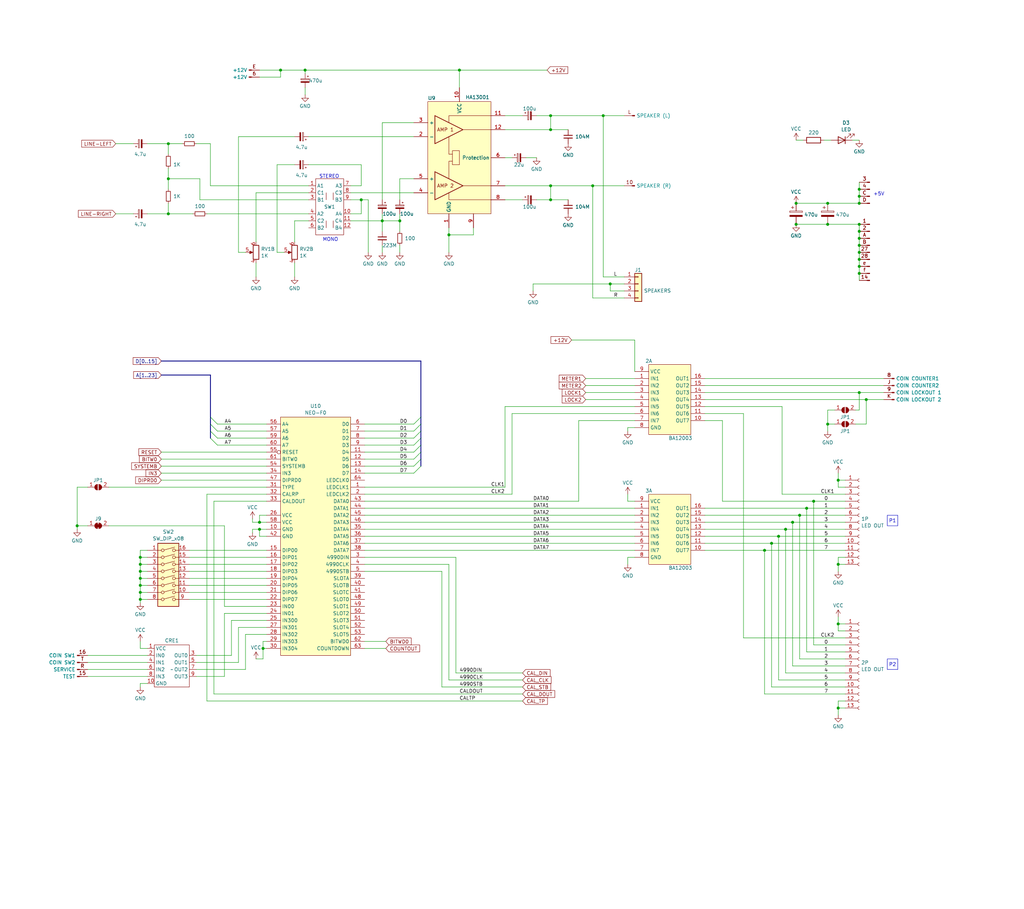
<source format=kicad_sch>
(kicad_sch (version 20230121) (generator eeschema)
  (paper "User" 370.815 329.362)
  (title_block (title "Power Amp. NEO-F0 - Dip Switch") (date "2023-08-15") (company "SNK") (comment 3 "Converted by Frater ") (comment 4 "NEO-GEO MVS MV1F"))
  (junction (at 311.15 83.82))
  (junction (at 214.63 67.31))
  (junction (at 311.15 71.12))
  (junction (at 311.15 99.06))
  (junction (at 93.98 189.23))
  (junction (at 313.69 144.78))
  (junction (at 110.49 25.4))
  (junction (at 166.37 25.4))
  (junction (at 199.39 41.91))
  (junction (at 311.15 93.98))
  (junction (at 50.8 201.93))
  (junction (at 303.53 173.99))
  (junction (at 311.15 68.58))
  (junction (at 60.96 64.77))
  (junction (at 311.15 81.28))
  (junction (at 50.8 209.55))
  (junction (at 311.15 86.36))
  (junction (at 311.15 91.44))
  (junction (at 303.53 226.06))
  (junction (at 284.48 191.77))
  (junction (at 144.78 80.01))
  (junction (at 303.53 204.47))
  (junction (at 199.39 46.99))
  (junction (at 299.72 153.67))
  (junction (at 27.94 190.5))
  (junction (at 279.4 196.85))
  (junction (at 218.44 41.91))
  (junction (at 101.6 25.4))
  (junction (at 299.72 81.28))
  (junction (at 311.15 96.52))
  (junction (at 130.81 72.39))
  (junction (at 288.29 81.28))
  (junction (at 95.25 234.95))
  (junction (at 199.39 72.39))
  (junction (at 292.1 184.15))
  (junction (at 303.53 256.54))
  (junction (at 60.96 52.07))
  (junction (at 50.8 217.17))
  (junction (at 289.56 186.69))
  (junction (at 281.94 194.31))
  (junction (at 294.64 181.61))
  (junction (at 138.43 80.01))
  (junction (at 60.96 77.47))
  (junction (at 50.8 214.63))
  (junction (at 288.29 73.66))
  (junction (at 50.8 204.47))
  (junction (at 220.98 102.87))
  (junction (at 93.98 191.77))
  (junction (at 50.8 212.09))
  (junction (at 311.15 142.24))
  (junction (at 199.39 67.31))
  (junction (at 162.56 85.09))
  (junction (at 299.72 73.66))
  (junction (at 311.15 73.66))
  (junction (at 311.15 88.9))
  (junction (at 276.86 199.39))
  (junction (at 287.02 189.23))
  (junction (at 50.8 207.01))
  (bus_entry (at 152.4 158.75) (size -2.54 2.54))
  (bus_entry (at 76.2 158.75) (size 2.54 2.54))
  (bus_entry (at 152.4 168.91) (size -2.54 2.54))
  (bus_entry (at 152.4 163.83) (size -2.54 2.54))
  (bus_entry (at 152.4 166.37) (size -2.54 2.54))
  (bus_entry (at 152.4 156.21) (size -2.54 2.54))
  (bus_entry (at 152.4 161.29) (size -2.54 2.54))
  (bus_entry (at 152.4 153.67) (size -2.54 2.54))
  (bus_entry (at 76.2 151.13) (size 2.54 2.54))
  (bus_entry (at 76.2 153.67) (size 2.54 2.54))
  (bus_entry (at 76.2 156.21) (size 2.54 2.54))
  (bus_entry (at 152.4 151.13) (size -2.54 2.54))
  (wire (pts (xy 160.02 207.01) (xy 132.08 207.01)))
  (wire (pts (xy 276.86 199.39) (xy 306.07 199.39)))
  (wire (pts (xy 303.53 201.93) (xy 303.53 204.47)))
  (wire (pts (xy 311.15 83.82) (xy 311.15 86.36)))
  (wire (pts (xy 227.33 154.94) (xy 227.33 156.21)))
  (wire (pts (xy 303.53 254) (xy 303.53 256.54)))
  (wire (pts (xy 308.61 50.8) (xy 311.15 50.8)))
  (wire (pts (xy 166.37 25.4) (xy 198.12 25.4)))
  (wire (pts (xy 132.08 156.21) (xy 149.86 156.21)))
  (wire (pts (xy 50.8 214.63) (xy 53.34 214.63)))
  (wire (pts (xy 255.27 186.69) (xy 289.56 186.69)))
  (wire (pts (xy 255.27 191.77) (xy 284.48 191.77)))
  (wire (pts (xy 313.69 144.78) (xy 320.04 144.78)))
  (wire (pts (xy 166.37 25.4) (xy 166.37 31.75)))
  (wire (pts (xy 255.27 139.7) (xy 320.04 139.7)))
  (wire (pts (xy 281.94 194.31) (xy 306.07 194.31)))
  (wire (pts (xy 292.1 236.22) (xy 292.1 184.15)))
  (wire (pts (xy 311.15 148.59) (xy 311.15 142.24)))
  (wire (pts (xy 294.64 233.68) (xy 294.64 181.61)))
  (wire (pts (xy 220.98 102.87) (xy 193.04 102.87)))
  (wire (pts (xy 303.53 226.06) (xy 303.53 223.52)))
  (wire (pts (xy 218.44 100.33) (xy 218.44 41.91)))
  (wire (pts (xy 130.81 59.69) (xy 130.81 67.31)))
  (bus (pts (xy 152.4 161.29) (xy 152.4 163.83)))
  (wire (pts (xy 311.15 99.06) (xy 311.15 101.6)))
  (wire (pts (xy 78.74 161.29) (xy 96.52 161.29)))
  (wire (pts (xy 303.53 256.54) (xy 303.53 259.08)))
  (wire (pts (xy 255.27 147.32) (xy 283.21 147.32)))
  (wire (pts (xy 255.27 199.39) (xy 276.86 199.39)))
  (wire (pts (xy 74.93 179.07) (xy 96.52 179.07)))
  (bus (pts (xy 152.4 158.75) (xy 152.4 161.29)))
  (wire (pts (xy 81.28 245.11) (xy 81.28 222.25)))
  (wire (pts (xy 92.71 87.63) (xy 92.71 69.85)))
  (wire (pts (xy 182.88 67.31) (xy 199.39 67.31)))
  (wire (pts (xy 261.62 181.61) (xy 294.64 181.61)))
  (wire (pts (xy 189.23 243.84) (xy 165.1 243.84)))
  (wire (pts (xy 127 69.85) (xy 149.86 69.85)))
  (wire (pts (xy 132.08 153.67) (xy 149.86 153.67)))
  (wire (pts (xy 77.47 251.46) (xy 77.47 181.61)))
  (bus (pts (xy 152.4 151.13) (xy 152.4 153.67)))
  (wire (pts (xy 311.15 73.66) (xy 299.72 73.66)))
  (wire (pts (xy 41.91 77.47) (xy 48.26 77.47)))
  (wire (pts (xy 50.8 209.55) (xy 53.34 209.55)))
  (wire (pts (xy 189.23 248.92) (xy 160.02 248.92)))
  (wire (pts (xy 92.71 69.85) (xy 111.76 69.85)))
  (wire (pts (xy 283.21 147.32) (xy 283.21 179.07)))
  (bus (pts (xy 152.4 163.83) (xy 152.4 166.37)))
  (wire (pts (xy 303.53 204.47) (xy 303.53 207.01)))
  (wire (pts (xy 50.8 209.55) (xy 50.8 207.01)))
  (wire (pts (xy 182.88 176.53) (xy 132.08 176.53)))
  (wire (pts (xy 96.52 176.53) (xy 39.37 176.53)))
  (wire (pts (xy 182.88 72.39) (xy 189.23 72.39)))
  (wire (pts (xy 58.42 171.45) (xy 96.52 171.45)))
  (wire (pts (xy 50.8 204.47) (xy 53.34 204.47)))
  (wire (pts (xy 226.06 102.87) (xy 220.98 102.87)))
  (wire (pts (xy 60.96 77.47) (xy 69.85 77.47)))
  (wire (pts (xy 50.8 214.63) (xy 50.8 212.09)))
  (wire (pts (xy 74.93 77.47) (xy 111.76 77.47)))
  (wire (pts (xy 71.12 245.11) (xy 81.28 245.11)))
  (wire (pts (xy 58.42 168.91) (xy 96.52 168.91)))
  (wire (pts (xy 205.74 46.99) (xy 199.39 46.99)))
  (wire (pts (xy 226.06 67.31) (xy 214.63 67.31)))
  (wire (pts (xy 71.12 237.49) (xy 83.82 237.49)))
  (wire (pts (xy 144.78 72.39) (xy 144.78 64.77)))
  (wire (pts (xy 31.75 242.57) (xy 53.34 242.57)))
  (wire (pts (xy 53.34 234.95) (xy 50.8 234.95)))
  (wire (pts (xy 214.63 67.31) (xy 199.39 67.31)))
  (bus (pts (xy 152.4 156.21) (xy 152.4 158.75)))
  (wire (pts (xy 138.43 72.39) (xy 138.43 44.45)))
  (bus (pts (xy 152.4 130.81) (xy 152.4 151.13)))
  (wire (pts (xy 303.53 204.47) (xy 306.07 204.47)))
  (wire (pts (xy 132.08 199.39) (xy 229.87 199.39)))
  (wire (pts (xy 185.42 149.86) (xy 229.87 149.86)))
  (wire (pts (xy 68.58 209.55) (xy 96.52 209.55)))
  (wire (pts (xy 162.56 85.09) (xy 162.56 91.44)))
  (wire (pts (xy 50.8 218.44) (xy 50.8 217.17)))
  (wire (pts (xy 209.55 152.4) (xy 229.87 152.4)))
  (wire (pts (xy 111.76 49.53) (xy 149.86 49.53)))
  (wire (pts (xy 311.15 71.12) (xy 311.15 73.66)))
  (wire (pts (xy 193.04 102.87) (xy 193.04 105.41)))
  (wire (pts (xy 199.39 67.31) (xy 199.39 72.39)))
  (wire (pts (xy 205.74 72.39) (xy 199.39 72.39)))
  (wire (pts (xy 269.24 231.14) (xy 306.07 231.14)))
  (wire (pts (xy 309.88 148.59) (xy 311.15 148.59)))
  (wire (pts (xy 58.42 163.83) (xy 96.52 163.83)))
  (wire (pts (xy 93.98 25.4) (xy 101.6 25.4)))
  (bus (pts (xy 58.42 130.81) (xy 152.4 130.81)))
  (wire (pts (xy 283.21 179.07) (xy 306.07 179.07)))
  (wire (pts (xy 132.08 186.69) (xy 229.87 186.69)))
  (wire (pts (xy 299.72 153.67) (xy 299.72 156.21)))
  (wire (pts (xy 132.08 184.15) (xy 229.87 184.15)))
  (wire (pts (xy 229.87 123.19) (xy 229.87 134.62)))
  (wire (pts (xy 299.72 148.59) (xy 299.72 153.67)))
  (wire (pts (xy 311.15 81.28) (xy 311.15 83.82)))
  (wire (pts (xy 96.52 189.23) (xy 93.98 189.23)))
  (wire (pts (xy 132.08 189.23) (xy 229.87 189.23)))
  (wire (pts (xy 171.45 82.55) (xy 171.45 85.09)))
  (wire (pts (xy 199.39 41.91) (xy 218.44 41.91)))
  (wire (pts (xy 299.72 81.28) (xy 311.15 81.28)))
  (wire (pts (xy 214.63 107.95) (xy 214.63 67.31)))
  (wire (pts (xy 110.49 25.4) (xy 166.37 25.4)))
  (wire (pts (xy 93.98 189.23) (xy 91.44 189.23)))
  (wire (pts (xy 74.93 254) (xy 74.93 179.07)))
  (wire (pts (xy 127 80.01) (xy 138.43 80.01)))
  (wire (pts (xy 83.82 224.79) (xy 96.52 224.79)))
  (wire (pts (xy 218.44 41.91) (xy 226.06 41.91)))
  (wire (pts (xy 93.98 194.31) (xy 93.98 191.77)))
  (wire (pts (xy 78.74 153.67) (xy 96.52 153.67)))
  (wire (pts (xy 78.74 156.21) (xy 96.52 156.21)))
  (wire (pts (xy 72.39 72.39) (xy 72.39 64.77)))
  (wire (pts (xy 58.42 173.99) (xy 96.52 173.99)))
  (wire (pts (xy 96.52 191.77) (xy 93.98 191.77)))
  (wire (pts (xy 68.58 217.17) (xy 96.52 217.17)))
  (wire (pts (xy 106.68 87.63) (xy 106.68 80.01)))
  (wire (pts (xy 165.1 243.84) (xy 165.1 201.93)))
  (wire (pts (xy 306.07 233.68) (xy 294.64 233.68)))
  (wire (pts (xy 171.45 85.09) (xy 162.56 85.09)))
  (wire (pts (xy 207.01 123.19) (xy 229.87 123.19)))
  (wire (pts (xy 182.88 41.91) (xy 189.23 41.91)))
  (wire (pts (xy 58.42 166.37) (xy 96.52 166.37)))
  (wire (pts (xy 292.1 184.15) (xy 306.07 184.15)))
  (wire (pts (xy 311.15 68.58) (xy 311.15 71.12)))
  (wire (pts (xy 71.12 52.07) (xy 76.2 52.07)))
  (wire (pts (xy 106.68 80.01) (xy 111.76 80.01)))
  (wire (pts (xy 132.08 158.75) (xy 149.86 158.75)))
  (wire (pts (xy 93.98 186.69) (xy 93.98 189.23)))
  (wire (pts (xy 189.23 254) (xy 74.93 254)))
  (wire (pts (xy 60.96 64.77) (xy 60.96 68.58)))
  (wire (pts (xy 298.45 50.8) (xy 300.99 50.8)))
  (wire (pts (xy 284.48 243.84) (xy 284.48 191.77)))
  (wire (pts (xy 50.8 217.17) (xy 50.8 214.63)))
  (wire (pts (xy 50.8 234.95) (xy 50.8 232.41)))
  (wire (pts (xy 132.08 166.37) (xy 149.86 166.37)))
  (wire (pts (xy 68.58 199.39) (xy 96.52 199.39)))
  (wire (pts (xy 96.52 232.41) (xy 95.25 232.41)))
  (wire (pts (xy 311.15 88.9) (xy 311.15 91.44)))
  (wire (pts (xy 199.39 41.91) (xy 194.31 41.91)))
  (wire (pts (xy 199.39 72.39) (xy 194.31 72.39)))
  (wire (pts (xy 138.43 44.45) (xy 149.86 44.45)))
  (wire (pts (xy 78.74 158.75) (xy 96.52 158.75)))
  (wire (pts (xy 287.02 241.3) (xy 287.02 189.23)))
  (wire (pts (xy 39.37 190.5) (xy 81.28 190.5)))
  (wire (pts (xy 255.27 194.31) (xy 281.94 194.31)))
  (wire (pts (xy 189.23 251.46) (xy 77.47 251.46)))
  (wire (pts (xy 144.78 77.47) (xy 144.78 80.01)))
  (wire (pts (xy 27.94 190.5) (xy 31.75 190.5)))
  (wire (pts (xy 144.78 88.9) (xy 144.78 91.44)))
  (wire (pts (xy 189.23 246.38) (xy 162.56 246.38)))
  (wire (pts (xy 303.53 228.6) (xy 303.53 226.06)))
  (wire (pts (xy 50.8 207.01) (xy 50.8 204.47)))
  (wire (pts (xy 60.96 52.07) (xy 66.04 52.07)))
  (wire (pts (xy 68.58 214.63) (xy 96.52 214.63)))
  (wire (pts (xy 132.08 232.41) (xy 139.7 232.41)))
  (wire (pts (xy 68.58 207.01) (xy 96.52 207.01)))
  (wire (pts (xy 102.87 91.44) (xy 100.33 91.44)))
  (wire (pts (xy 227.33 179.07) (xy 227.33 181.61)))
  (wire (pts (xy 212.09 137.16) (xy 229.87 137.16)))
  (wire (pts (xy 160.02 248.92) (xy 160.02 207.01)))
  (wire (pts (xy 68.58 201.93) (xy 96.52 201.93)))
  (wire (pts (xy 311.15 91.44) (xy 311.15 93.98)))
  (wire (pts (xy 31.75 245.11) (xy 53.34 245.11)))
  (wire (pts (xy 76.2 52.07) (xy 76.2 67.31)))
  (wire (pts (xy 100.33 91.44) (xy 100.33 59.69)))
  (wire (pts (xy 41.91 52.07) (xy 48.26 52.07)))
  (wire (pts (xy 306.07 248.92) (xy 279.4 248.92)))
  (wire (pts (xy 110.49 25.4) (xy 110.49 26.67)))
  (wire (pts (xy 255.27 189.23) (xy 287.02 189.23)))
  (wire (pts (xy 127 72.39) (xy 130.81 72.39)))
  (wire (pts (xy 190.5 57.15) (xy 194.31 57.15)))
  (wire (pts (xy 53.34 247.65) (xy 50.8 247.65)))
  (wire (pts (xy 110.49 31.75) (xy 110.49 34.29)))
  (wire (pts (xy 88.9 242.57) (xy 88.9 229.87)))
  (wire (pts (xy 76.2 67.31) (xy 111.76 67.31)))
  (wire (pts (xy 86.36 91.44) (xy 86.36 49.53)))
  (wire (pts (xy 255.27 137.16) (xy 320.04 137.16)))
  (bus (pts (xy 76.2 151.13) (xy 76.2 153.67)))
  (wire (pts (xy 309.88 153.67) (xy 313.69 153.67)))
  (wire (pts (xy 303.53 226.06) (xy 306.07 226.06)))
  (wire (pts (xy 95.25 234.95) (xy 95.25 238.76)))
  (wire (pts (xy 91.44 191.77) (xy 91.44 193.04)))
  (wire (pts (xy 100.33 59.69) (xy 106.68 59.69)))
  (wire (pts (xy 182.88 147.32) (xy 229.87 147.32)))
  (wire (pts (xy 306.07 241.3) (xy 287.02 241.3)))
  (wire (pts (xy 77.47 181.61) (xy 96.52 181.61)))
  (wire (pts (xy 91.44 189.23) (xy 91.44 187.96)))
  (wire (pts (xy 212.09 144.78) (xy 229.87 144.78)))
  (wire (pts (xy 303.53 173.99) (xy 306.07 173.99)))
  (wire (pts (xy 288.29 50.8) (xy 290.83 50.8)))
  (bus (pts (xy 152.4 153.67) (xy 152.4 156.21)))
  (wire (pts (xy 132.08 196.85) (xy 229.87 196.85)))
  (wire (pts (xy 144.78 64.77) (xy 149.86 64.77)))
  (wire (pts (xy 185.42 179.07) (xy 132.08 179.07)))
  (wire (pts (xy 287.02 189.23) (xy 306.07 189.23)))
  (wire (pts (xy 138.43 88.9) (xy 138.43 91.44)))
  (wire (pts (xy 60.96 60.96) (xy 60.96 64.77)))
  (wire (pts (xy 50.8 201.93) (xy 50.8 199.39)))
  (wire (pts (xy 138.43 77.47) (xy 138.43 80.01)))
  (wire (pts (xy 306.07 243.84) (xy 284.48 243.84)))
  (wire (pts (xy 86.36 49.53) (xy 106.68 49.53)))
  (wire (pts (xy 311.15 86.36) (xy 311.15 88.9)))
  (wire (pts (xy 311.15 142.24) (xy 320.04 142.24)))
  (wire (pts (xy 96.52 186.69) (xy 93.98 186.69)))
  (wire (pts (xy 88.9 229.87) (xy 96.52 229.87)))
  (wire (pts (xy 255.27 149.86) (xy 269.24 149.86)))
  (bus (pts (xy 76.2 153.67) (xy 76.2 156.21)))
  (wire (pts (xy 279.4 248.92) (xy 279.4 196.85)))
  (wire (pts (xy 212.09 139.7) (xy 229.87 139.7)))
  (wire (pts (xy 227.33 181.61) (xy 229.87 181.61)))
  (wire (pts (xy 68.58 204.47) (xy 96.52 204.47)))
  (wire (pts (xy 31.75 237.49) (xy 53.34 237.49)))
  (wire (pts (xy 311.15 96.52) (xy 311.15 99.06)))
  (wire (pts (xy 132.08 171.45) (xy 149.86 171.45)))
  (wire (pts (xy 71.12 240.03) (xy 86.36 240.03)))
  (wire (pts (xy 138.43 80.01) (xy 138.43 83.82)))
  (wire (pts (xy 130.81 72.39) (xy 133.35 72.39)))
  (wire (pts (xy 165.1 201.93) (xy 132.08 201.93)))
  (wire (pts (xy 276.86 251.46) (xy 276.86 199.39)))
  (wire (pts (xy 81.28 190.5) (xy 81.28 219.71)))
  (wire (pts (xy 255.27 142.24) (xy 311.15 142.24)))
  (wire (pts (xy 311.15 66.04) (xy 311.15 68.58)))
  (wire (pts (xy 93.98 27.94) (xy 101.6 27.94)))
  (wire (pts (xy 229.87 154.94) (xy 227.33 154.94)))
  (wire (pts (xy 199.39 46.99) (xy 199.39 41.91)))
  (wire (pts (xy 226.06 105.41) (xy 220.98 105.41)))
  (bus (pts (xy 76.2 135.89) (xy 76.2 151.13)))
  (wire (pts (xy 182.88 147.32) (xy 182.88 176.53)))
  (wire (pts (xy 83.82 237.49) (xy 83.82 224.79)))
  (wire (pts (xy 53.34 77.47) (xy 60.96 77.47)))
  (wire (pts (xy 261.62 152.4) (xy 261.62 181.61)))
  (wire (pts (xy 281.94 246.38) (xy 281.94 194.31)))
  (wire (pts (xy 269.24 149.86) (xy 269.24 231.14)))
  (wire (pts (xy 303.53 176.53) (xy 303.53 173.99)))
  (wire (pts (xy 127 77.47) (xy 130.81 77.47)))
  (wire (pts (xy 60.96 52.07) (xy 60.96 55.88)))
  (wire (pts (xy 144.78 80.01) (xy 138.43 80.01)))
  (wire (pts (xy 162.56 246.38) (xy 162.56 204.47)))
  (wire (pts (xy 86.36 227.33) (xy 96.52 227.33)))
  (wire (pts (xy 50.8 204.47) (xy 50.8 201.93)))
  (wire (pts (xy 306.07 236.22) (xy 292.1 236.22)))
  (wire (pts (xy 294.64 181.61) (xy 306.07 181.61)))
  (wire (pts (xy 311.15 93.98) (xy 311.15 96.52)))
  (wire (pts (xy 220.98 105.41) (xy 220.98 102.87)))
  (wire (pts (xy 289.56 186.69) (xy 306.07 186.69)))
  (wire (pts (xy 162.56 204.47) (xy 132.08 204.47)))
  (wire (pts (xy 306.07 254) (xy 303.53 254)))
  (wire (pts (xy 50.8 212.09) (xy 50.8 209.55)))
  (wire (pts (xy 133.35 72.39) (xy 133.35 91.44)))
  (wire (pts (xy 130.81 67.31) (xy 127 67.31)))
  (wire (pts (xy 209.55 152.4) (xy 209.55 181.61)))
  (bus (pts (xy 58.42 135.89) (xy 76.2 135.89)))
  (wire (pts (xy 255.27 152.4) (xy 261.62 152.4)))
  (wire (pts (xy 86.36 240.03) (xy 86.36 227.33)))
  (wire (pts (xy 72.39 64.77) (xy 60.96 64.77)))
  (wire (pts (xy 255.27 144.78) (xy 313.69 144.78)))
  (wire (pts (xy 95.25 238.76) (xy 92.71 238.76)))
  (wire (pts (xy 50.8 201.93) (xy 53.34 201.93)))
  (wire (pts (xy 306.07 176.53) (xy 303.53 176.53)))
  (wire (pts (xy 306.07 251.46) (xy 276.86 251.46)))
  (wire (pts (xy 288.29 73.66) (xy 299.72 73.66)))
  (wire (pts (xy 53.34 52.07) (xy 60.96 52.07)))
  (wire (pts (xy 288.29 81.28) (xy 299.72 81.28)))
  (wire (pts (xy 27.94 176.53) (xy 31.75 176.53)))
  (wire (pts (xy 92.71 95.25) (xy 92.71 100.33)))
  (wire (pts (xy 71.12 242.57) (xy 88.9 242.57)))
  (wire (pts (xy 50.8 212.09) (xy 53.34 212.09)))
  (wire (pts (xy 303.53 256.54) (xy 306.07 256.54)))
  (wire (pts (xy 227.33 201.93) (xy 227.33 204.47)))
  (wire (pts (xy 132.08 181.61) (xy 209.55 181.61)))
  (wire (pts (xy 303.53 173.99) (xy 303.53 171.45)))
  (wire (pts (xy 255.27 184.15) (xy 292.1 184.15)))
  (wire (pts (xy 182.88 46.99) (xy 199.39 46.99)))
  (wire (pts (xy 93.98 191.77) (xy 91.44 191.77)))
  (wire (pts (xy 306.07 246.38) (xy 281.94 246.38)))
  (wire (pts (xy 101.6 25.4) (xy 110.49 25.4)))
  (wire (pts (xy 95.25 234.95) (xy 96.52 234.95)))
  (wire (pts (xy 50.8 217.17) (xy 53.34 217.17)))
  (wire (pts (xy 50.8 207.01) (xy 53.34 207.01)))
  (wire (pts (xy 132.08 168.91) (xy 149.86 168.91)))
  (wire (pts (xy 284.48 191.77) (xy 306.07 191.77)))
  (wire (pts (xy 132.08 161.29) (xy 149.86 161.29)))
  (wire (pts (xy 132.08 191.77) (xy 229.87 191.77)))
  (wire (pts (xy 279.4 196.85) (xy 306.07 196.85)))
  (wire (pts (xy 68.58 212.09) (xy 96.52 212.09)))
  (wire (pts (xy 306.07 238.76) (xy 289.56 238.76)))
  (wire (pts (xy 50.8 247.65) (xy 50.8 248.92)))
  (wire (pts (xy 299.72 153.67) (xy 302.26 153.67)))
  (wire (pts (xy 185.42 149.86) (xy 185.42 179.07)))
  (wire (pts (xy 289.56 238.76) (xy 289.56 186.69)))
  (wire (pts (xy 144.78 80.01) (xy 144.78 83.82)))
  (wire (pts (xy 212.09 142.24) (xy 229.87 142.24)))
  (wire (pts (xy 132.08 163.83) (xy 149.86 163.83)))
  (wire (pts (xy 81.28 219.71) (xy 96.52 219.71)))
  (wire (pts (xy 162.56 85.09) (xy 162.56 82.55)))
  (wire (pts (xy 255.27 196.85) (xy 279.4 196.85)))
  (wire (pts (xy 306.07 228.6) (xy 303.53 228.6)))
  (wire (pts (xy 226.06 100.33) (xy 218.44 100.33)))
  (wire (pts (xy 132.08 194.31) (xy 229.87 194.31)))
  (bus (pts (xy 76.2 156.21) (xy 76.2 158.75)))
  (wire (pts (xy 27.94 190.5) (xy 27.94 176.53)))
  (bus (pts (xy 152.4 166.37) (xy 152.4 168.91)))
  (wire (pts (xy 229.87 201.93) (xy 227.33 201.93)))
  (wire (pts (xy 111.76 59.69) (xy 130.81 59.69)))
  (wire (pts (xy 226.06 107.95) (xy 214.63 107.95)))
  (wire (pts (xy 132.08 234.95) (xy 139.7 234.95)))
  (wire (pts (xy 27.94 190.5) (xy 27.94 191.77)))
  (wire (pts (xy 50.8 199.39) (xy 53.34 199.39)))
  (wire (pts (xy 306.07 201.93) (xy 303.53 201.93)))
  (wire (pts (xy 182.88 57.15) (xy 185.42 57.15)))
  (wire (pts (xy 60.96 73.66) (xy 60.96 77.47)))
  (wire (pts (xy 106.68 95.25) (xy 106.68 100.33)))
  (wire (pts (xy 95.25 232.41) (xy 95.25 234.95)))
  (wire (pts (xy 88.9 91.44) (xy 86.36 91.44)))
  (wire (pts (xy 302.26 148.59) (xy 299.72 148.59)))
  (wire (pts (xy 96.52 194.31) (xy 93.98 194.31)))
  (wire (pts (xy 81.28 222.25) (xy 96.52 222.25)))
  (wire (pts (xy 313.69 153.67) (xy 313.69 144.78)))
  (wire (pts (xy 101.6 27.94) (xy 101.6 25.4)))
  (wire (pts (xy 31.75 240.03) (xy 53.34 240.03)))
  (wire (pts (xy 130.81 77.47) (xy 130.81 72.39)))
  (wire (pts (xy 72.39 72.39) (xy 111.76 72.39)))
  (text_box "P2\n" (at 321.31 238.76 0) (size 3.81 3.81) (effects (font (size 1.27 1.27))))
  (text_box "P1\n" (at 321.31 186.69 0) (size 3.81 3.81) (effects (font (size 1.27 1.27))))
  (text "+5V" (at 316.23 71.12 0) (effects (font (size 1.27 1.27)) (justify left bottom)))
  (text "STEREO" (at 115.57 64.77 0) (effects (font (size 1.27 1.27)) (justify left bottom)))
  (text "MONO" (at 116.84 87.63 0) (effects (font (size 1.27 1.27)) (justify left bottom)))
  (label "D3" (at 144.78 161.29 0))
  (label "L" (at 222.25 100.33 0))
  (label "DATA7" (at 193.04 199.39 0))
  (label "4990CLK" (at 166.37 246.38 0))
  (label "3" (at 298.45 241.3 0))
  (label "D0" (at 144.78 153.67 0))
  (label "D7" (at 144.78 171.45 0))
  (label "CALTP" (at 166.37 254 0))
  (label "CLK2" (at 297.18 231.14 0))
  (label "D5" (at 144.78 166.37 0))
  (label "DATA5" (at 193.04 194.31 0))
  (label "4" (at 298.45 243.84 0))
  (label "2" (at 298.45 186.69 0))
  (label "0" (at 298.45 233.68 0))
  (label "0" (at 298.45 181.61 0))
  (label "CLK2" (at 177.8 179.07 0))
  (label "5" (at 298.45 246.38 0))
  (label "7" (at 298.45 251.46 0))
  (label "4990STB" (at 166.37 248.92 0))
  (label "A6" (at 81.28 158.75 0))
  (label "7" (at 298.45 199.39 0))
  (label "DATA1" (at 193.04 184.15 0))
  (label "CLK1" (at 297.18 179.07 0))
  (label "4990DIN" (at 166.37 243.84 0))
  (label "D2" (at 144.78 158.75 0))
  (label "6" (at 298.45 196.85 0))
  (label "6" (at 298.45 248.92 0))
  (label "4" (at 298.45 191.77 0))
  (label "5" (at 298.45 194.31 0))
  (label "A4" (at 81.28 153.67 0))
  (label "D1" (at 144.78 156.21 0))
  (label "DATA4" (at 193.04 191.77 0))
  (label "1" (at 298.45 236.22 0))
  (label "DATA6" (at 193.04 196.85 0))
  (label "2" (at 298.45 238.76 0))
  (label "DATA3" (at 193.04 189.23 0))
  (label "D6" (at 144.78 168.91 0))
  (label "DATA2" (at 193.04 186.69 0))
  (label "3" (at 298.45 189.23 0))
  (label "CLK1" (at 177.8 176.53 0))
  (label "CALDOUT" (at 166.37 251.46 0))
  (label "A5" (at 81.28 156.21 0))
  (label "DATA0" (at 193.04 181.61 0))
  (label "D4" (at 144.78 163.83 0))
  (label "R" (at 222.25 107.95 0))
  (label "A7" (at 81.28 161.29 0))
  (label "1" (at 298.45 184.15 0))
  (global_label "METER2" (shape input) (at 212.09 139.7 180) (property "Intersheetrefs" "${INTERSHEET_REFS}" (at 201.9083 139.7 0) (effects (justify right))))
  (global_label "CAL_DOUT" (shape input) (at 189.23 251.46 0) (property "Intersheetrefs" "${INTERSHEET_REFS}" (at 201.4681 251.46 0) (effects (justify left))))
  (global_label "RESET" (shape input) (at 58.42 163.83 180) (property "Intersheetrefs" "${INTERSHEET_REFS}" (at 49.6897 163.83 0) (effects (justify right))))
  (global_label "SYSTEMB" (shape input) (at 58.42 168.91 180) (property "Intersheetrefs" "${INTERSHEET_REFS}" (at 47.2101 168.91 0) (effects (justify right))))
  (global_label "D[0..15]" (shape input) (at 58.42 130.81 180) (property "Intersheetrefs" "${INTERSHEET_REFS}" (at 47.6333 130.81 0) (effects (justify right))))
  (global_label "LINE-LEFT" (shape input) (at 41.91 52.07 180) (property "Intersheetrefs" "${INTERSHEET_REFS}" (at 29.0067 52.07 0) (effects (justify right))))
  (global_label "+12V" (shape input) (at 207.01 123.19 180) (property "Intersheetrefs" "${INTERSHEET_REFS}" (at 198.9448 123.19 0) (effects (justify right))))
  (global_label "CAL_CLK" (shape input) (at 189.23 246.38 0) (property "Intersheetrefs" "${INTERSHEET_REFS}" (at 200.1376 246.38 0) (effects (justify left))))
  (global_label "CAL_STB" (shape input) (at 189.23 248.92 0) (property "Intersheetrefs" "${INTERSHEET_REFS}" (at 200.0166 248.92 0) (effects (justify left))))
  (global_label "LINE-RIGHT" (shape input) (at 41.91 77.47 180) (property "Intersheetrefs" "${INTERSHEET_REFS}" (at 27.7971 77.47 0) (effects (justify right))))
  (global_label "A[1..23]" (shape input) (at 58.42 135.89 180) (property "Intersheetrefs" "${INTERSHEET_REFS}" (at 47.8147 135.89 0) (effects (justify right))))
  (global_label "CAL_DIN" (shape input) (at 189.23 243.84 0) (property "Intersheetrefs" "${INTERSHEET_REFS}" (at 199.7748 243.84 0) (effects (justify left))))
  (global_label "CAL_TP" (shape input) (at 189.23 254 0) (property "Intersheetrefs" "${INTERSHEET_REFS}" (at 198.8071 254 0) (effects (justify left))))
  (global_label "BITWD0" (shape input) (at 139.7 232.41 0) (property "Intersheetrefs" "${INTERSHEET_REFS}" (at 149.4585 232.41 0) (effects (justify left))))
  (global_label "METER1" (shape input) (at 212.09 137.16 180) (property "Intersheetrefs" "${INTERSHEET_REFS}" (at 201.9083 137.16 0) (effects (justify right))))
  (global_label "COUNTOUT" (shape input) (at 139.7 234.95 0) (property "Intersheetrefs" "${INTERSHEET_REFS}" (at 152.5429 234.95 0) (effects (justify left))))
  (global_label "LOCK1" (shape input) (at 212.09 142.24 180) (property "Intersheetrefs" "${INTERSHEET_REFS}" (at 202.9967 142.24 0) (effects (justify right))))
  (global_label "LOCK2" (shape input) (at 212.09 144.78 180) (property "Intersheetrefs" "${INTERSHEET_REFS}" (at 202.9967 144.78 0) (effects (justify right))))
  (global_label "BITW0" (shape input) (at 58.42 166.37 180) (property "Intersheetrefs" "${INTERSHEET_REFS}" (at 49.9315 166.37 0) (effects (justify right))))
  (global_label "+12V" (shape input) (at 198.12 25.4 0) (property "Intersheetrefs" "${INTERSHEET_REFS}" (at 206.1852 25.4 0) (effects (justify left))))
  (global_label "IN3" (shape input) (at 58.42 171.45 180) (property "Intersheetrefs" "${INTERSHEET_REFS}" (at 52.29 171.45 0) (effects (justify right))))
  (global_label "DIPRD0" (shape input) (at 58.42 173.99 180) (property "Intersheetrefs" "${INTERSHEET_REFS}" (at 48.5405 173.99 0) (effects (justify right))))
  (symbol (lib_id "0-Custom-SNK:JAMMA_PAD") (at 226.06 41.91 0) (unit 1)
    (property "Reference" "JAMMA16" (effects hide))
    (property "JAMMA_PIN" "L" (at 227.965 40.64 0))
    (property "JAMMA_DESC" "SPEAKER (L)" (at 230.505 41.91 0) (effects (justify left)))
  )
  (symbol (lib_id "0-Custom-SNK:JAMMA_PAD") (at 31.75 242.57 0) (mirror y) (unit 1)
    (property "Reference" "JAMMA14" (effects hide))
    (property "JAMMA_PIN" "R" (at 29.845 241.3 0))
    (property "JAMMA_DESC" "SERVICE" (at 27.305 242.57 0) (effects (justify left)))
  )
  (symbol (lib_id "Connector:Conn_01x13_Socket") (at 311.15 189.23 0) (unit 1)
    (property "Reference" "1P" (at 311.8612 188.0179 0) (effects (justify left)))
    (property "Value" "LED OUT" (at 311.8612 190.4421 0) (effects (justify left)))
  )
  (symbol (lib_id "power:GND") (at 91.44 193.04 0) (unit 1)
    (property "Reference" "#PWR0120" (effects hide))
    (property "Value" "GND" (at 91.44 197.1731 0))
  )
  (symbol (lib_id "0-Custom-SNK:JAMMA_PAD") (at 93.98 27.94 0) (mirror y) (unit 1)
    (property "Reference" "JAMMA9" (effects hide))
    (property "JAMMA_PIN" "6" (at 92.075 26.67 0))
    (property "JAMMA_DESC" "+12V" (at 89.535 27.94 0) (effects (justify left)))
  )
  (symbol (lib_id "Device:C_Polarized_Small") (at 191.77 41.91 90) (mirror x) (unit 1)
    (property "Reference" "C43" (effects hide))
    (property "Value" "100u" (at 191.77 39.37 90))
  )
  (symbol (lib_id "0-Custom-SNK:JAMMA_PAD") (at 311.15 101.6 0) (unit 1)
    (property "Reference" "JAMMA25" (effects hide))
    (property "JAMMA_PIN" "14" (at 313.055 100.33 0))
    (property "JAMMA_DESC" "GND" (effects hide))
  )
  (symbol (lib_id "power:GND") (at 133.35 91.44 0) (unit 1)
    (property "Reference" "#PWR0110" (effects hide))
    (property "Value" "GND" (at 133.35 95.5731 0))
  )
  (symbol (lib_id "0-Custom-SNK:JAMMA_PAD") (at 31.75 240.03 0) (mirror y) (unit 1)
    (property "Reference" "JAMMA13" (effects hide))
    (property "JAMMA_PIN" "T" (at 29.845 238.76 0))
    (property "JAMMA_DESC" "COIN SW2" (at 27.305 240.03 0) (effects (justify left)))
  )
  (symbol (lib_id "Device:R_Small") (at 60.96 58.42 0) (unit 1)
    (property "Reference" "R41" (effects hide))
    (property "Value" "1K" (at 62.738 59.6321 0) (effects (justify left)))
  )
  (symbol (lib_id "Device:R") (at 294.64 50.8 270) (unit 1)
    (property "Reference" "R46" (effects hide))
    (property "Value" "220" (at 294.64 48.0639 90))
  )
  (symbol (lib_id "0-Custom-SNK:JAMMA_PAD") (at 311.15 73.66 0) (unit 1)
    (property "Reference" "JAMMA21" (effects hide))
    (property "JAMMA_PIN" "D" (at 313.055 72.39 0))
    (property "JAMMA_DESC" "+5V" (effects hide))
  )
  (symbol (lib_id "power:GND") (at 144.78 91.44 0) (unit 1)
    (property "Reference" "#PWR0113" (effects hide))
    (property "Value" "GND" (at 144.78 95.5731 0))
  )
  (symbol (lib_id "0-Custom-SNK:JAMMA_PAD") (at 226.06 67.31 0) (unit 1)
    (property "Reference" "JAMMA8" (effects hide))
    (property "JAMMA_PIN" "10" (at 227.965 66.04 0))
    (property "JAMMA_DESC" "SPEAKER (R)" (at 230.505 67.31 0) (effects (justify left)))
  )
  (symbol (lib_id "Device:C_Polarized_Small") (at 50.8 77.47 90) (unit 1)
    (property "Reference" "C35" (effects hide))
    (property "Value" "4.7u" (at 50.8 81.28 90))
  )
  (symbol (lib_id "Device:R_Small") (at 60.96 71.12 180) (unit 1)
    (property "Reference" "R43" (effects hide))
    (property "Value" "1K" (at 62.738 71.12 0) (effects (justify right)))
  )
  (symbol (lib_id "power:GND") (at 106.68 100.33 0) (unit 1)
    (property "Reference" "#PWR0109" (effects hide))
    (property "Value" "GND" (at 106.68 104.4631 0))
  )
  (symbol (lib_id "0-Custom-SNK:JAMMA_PAD") (at 311.15 86.36 0) (unit 1)
    (property "Reference" "JAMMA26" (effects hide))
    (property "JAMMA_PIN" "A" (at 313.055 85.09 0))
    (property "JAMMA_DESC" "GND" (effects hide))
  )
  (symbol (lib_id "Device:C_Polarized_Small") (at 110.49 29.21 0) (mirror y) (unit 1)
    (property "Reference" "C41" (effects hide))
    (property "Value" "470u" (at 114.3 29.21 0))
  )
  (symbol (lib_id "0-Custom-SNK:JAMMA_PAD") (at 320.04 144.78 0) (unit 1)
    (property "Reference" "JAMMA17" (effects hide))
    (property "JAMMA_PIN" "K" (at 321.945 143.51 0))
    (property "JAMMA_DESC" "COIN LOCKOUT 2" (at 324.485 144.78 0) (effects (justify left)))
  )
  (symbol (lib_id "Device:C_Polarized_Small") (at 109.22 49.53 270) (mirror x) (unit 1)
    (property "Reference" "C37" (effects hide))
    (property "Value" "4.7u" (at 109.22 53.34 90))
  )
  (symbol (lib_id "0-Custom-SNK:NEO-F0") (at 114.3 194.31 0) (unit 1)
    (property "Reference" "U10" (at 114.3 147.1127 0))
    (property "Value" "NEO-F0" (at 114.3 149.5369 0))
  )
  (symbol (lib_id "0-Custom-SNK:JAMMA_PAD") (at 311.15 83.82 0) (unit 1)
    (property "Reference" "JAMMA23" (effects hide))
    (property "JAMMA_PIN" "2" (at 313.055 82.55 0))
    (property "JAMMA_DESC" "GND" (effects hide))
  )
  (symbol (lib_name "JAMMA_PAD_1") (lib_id "0-Custom-SNK:JAMMA_PAD") (at 320.04 137.16 0) (unit 1)
    (property "Reference" "JAMMA11" (effects hide))
    (property "JAMMA_PIN" "8" (at 321.945 135.89 0))
    (property "JAMMA_DESC" "COIN COUNTER1" (at 324.485 137.16 0) (effects (justify left)))
  )
  (symbol (lib_id "power:GND") (at 311.15 50.8 0) (unit 1)
    (property "Reference" "#PWR0136" (effects hide))
    (property "Value" "GND" (at 311.15 54.9331 0))
  )
  (symbol (lib_id "power:GND") (at 205.74 52.07 0) (unit 1)
    (property "Reference" "#PWR0115" (effects hide))
    (property "Value" "GND" (at 205.74 56.2031 0))
  )
  (symbol (lib_id "power:GND") (at 194.31 57.15 0) (unit 1)
    (property "Reference" "#PWR0117" (effects hide))
    (property "Value" "GND" (at 194.31 61.2831 0))
  )
  (symbol (lib_id "power:VCC") (at 227.33 179.07 0) (unit 1)
    (property "Reference" "#PWR0128" (effects hide))
    (property "Value" "VCC" (at 227.33 174.9369 0))
  )
  (symbol (lib_id "Jumper:SolderJumper_2_Open") (at 306.07 148.59 0) (unit 1)
    (property "Reference" "JP1" (at 306.07 151.13 0))
    (instances (project "MVS" (path "" (reference "JP1") (unit 1)) (path "" (reference "JP2") (unit 1)) (path "" (reference "JP7") (unit 1))))
  )
  (symbol (lib_id "Device:C_Polarized_Small") (at 144.78 74.93 0) (mirror y) (unit 1)
    (property "Reference" "C39" (effects hide))
    (property "Value" "100u" (at 147.32 77.47 0))
  )
  (symbol (lib_id "0-Custom-SNK:JAMMA_PAD") (at 320.04 142.24 0) (unit 1)
    (property "Reference" "JAMMA7" (effects hide))
    (property "JAMMA_PIN" "9" (at 321.945 140.97 0))
    (property "JAMMA_DESC" "COIN LOCKOUT 1" (at 324.485 142.24 0) (effects (justify left)))
  )
  (symbol (lib_id "power:GND") (at 193.04 105.41 0) (unit 1)
    (property "Reference" "#PWR0118" (effects hide))
    (property "Value" "GND" (at 193.04 109.5431 0))
  )
  (symbol (lib_id "power:GND") (at 205.74 77.47 0) (unit 1)
    (property "Reference" "#PWR0116" (effects hide))
    (property "Value" "GND" (at 205.74 81.6031 0))
  )
  (symbol (lib_id "power:VCC") (at 288.29 50.8 0) (unit 1)
    (property "Reference" "#PWR0134" (effects hide))
    (property "Value" "VCC" (at 288.29 46.6669 0))
  )
  (symbol (lib_id "power:GND") (at 288.29 81.28 0) (unit 1)
    (property "Reference" "#PWR0137" (effects hide))
    (property "Value" "GND" (at 288.29 85.4131 0))
  )
  (symbol (lib_id "power:GND") (at 27.94 191.77 0) (unit 1)
    (property "Reference" "#PWR0119" (effects hide))
    (property "Value" "GND" (at 27.94 195.9031 0))
  )
  (symbol (lib_id "0-Custom-SNK:JAMMA_PAD") (at 93.98 25.4 0) (mirror y) (unit 1)
    (property "Reference" "JAMMA10" (effects hide))
    (property "JAMMA_PIN" "E" (at 92.075 24.13 0))
    (property "JAMMA_DESC" "+12V" (at 89.535 25.4 0) (effects (justify left)))
  )
  (symbol (lib_id "0-Custom-SNK:JAMMA_PAD") (at 311.15 88.9 0) (unit 1)
    (property "Reference" "JAMMA24" (effects hide))
    (property "JAMMA_PIN" "B" (at 313.055 87.63 0))
    (property "JAMMA_DESC" "GND" (effects hide))
  )
  (symbol (lib_id "0-Custom-SNK:JAMMA_PAD") (at 311.15 99.06 0) (unit 1)
    (property "Reference" "JAMMA30" (effects hide))
    (property "JAMMA_PIN" "f" (at 313.055 97.79 0))
    (property "JAMMA_DESC" "GND" (effects hide))
  )
  (symbol (lib_id "power:GND") (at 299.72 156.21 0) (unit 1)
    (property "Reference" "#PWR0129" (effects hide))
    (property "Value" "GND" (at 299.72 160.3431 0))
  )
  (symbol (lib_id "0-Custom-SNK:SW_Slider_4x2") (at 119.38 74.93 0) (unit 1)
    (property "Reference" "SW1" (at 119.38 74.93 0))
    (property "Value" "~" (at 119.38 74.93 0))
  )
  (symbol (lib_id "power:GND") (at 50.8 248.92 0) (unit 1)
    (property "Reference" "#PWR0125" (effects hide))
    (property "Value" "GND" (at 50.8 253.0531 0))
  )
  (symbol (lib_id "0-Custom-SNK:JAMMA_PAD") (at 311.15 81.28 0) (unit 1)
    (property "Reference" "JAMMA22" (effects hide))
    (property "JAMMA_PIN" "1" (at 313.055 80.01 0))
    (property "JAMMA_DESC" "GND" (effects hide))
  )
  (symbol (lib_id "Device:C_Polarized_Small") (at 109.22 59.69 270) (mirror x) (unit 1)
    (property "Reference" "C36" (effects hide))
    (property "Value" "4.7u" (at 109.22 63.5 90))
  )
  (symbol (lib_id "0-Custom-SNK:HA13001") (at 166.37 57.15 0) (unit 1)
    (property "Reference" "U9" (at 154.94 35.56 0) (effects (justify left)))
    (property "Value" "HA13001" (at 168.5641 35.2369 0) (effects (justify left)))
  )
  (symbol (lib_id "0-Custom-SNK:JAMMA_PAD") (at 311.15 96.52 0) (unit 1)
    (property "Reference" "JAMMA29" (effects hide))
    (property "JAMMA_PIN" "e" (at 313.055 95.25 0))
    (property "JAMMA_DESC" "GND" (effects hide))
  )
  (symbol (lib_id "Device:C_Small") (at 138.43 86.36 0) (unit 1)
    (property "Reference" "C40" (effects hide))
    (property "Value" "223M" (at 138.43 88.9 0) (effects (justify left)))
  )
  (symbol (lib_id "power:GND") (at 92.71 100.33 0) (unit 1)
    (property "Reference" "#PWR0108" (effects hide))
    (property "Value" "GND" (at 92.71 104.4631 0))
  )
  (symbol (lib_id "Device:C_Polarized") (at 299.72 77.47 0) (unit 1)
    (property "Reference" "C48" (effects hide))
    (property "Value" "470u" (at 302.641 77.7931 0) (effects (justify left)))
  )
  (symbol (lib_id "Connector:Conn_01x13_Socket") (at 311.15 241.3 0) (unit 1)
    (property "Reference" "2P" (at 311.8612 240.0879 0) (effects (justify left)))
    (property "Value" "LED OUT" (at 311.8612 242.5121 0) (effects (justify left)))
  )
  (symbol (lib_id "0-Custom-SNK:CRE401") (at 62.23 241.3 0) (mirror y) (unit 1)
    (property "Reference" "CRE1" (at 62.23 232.0869 0))
    (property "Value" "~" (at 62.23 242.57 0))
  )
  (symbol (lib_id "0-Custom-SNK:BA12003") (at 242.57 191.77 0) (unit 1)
    (property "Reference" "3A" (at 234.95 177.8 0))
    (property "Value" "BA12003" (at 246.38 205.74 0))
    (property "Footprint" "Package_DIP:DIP-16_W7.62mm" (effects hide))
  )
  (symbol (lib_id "power:GND") (at 227.33 204.47 0) (unit 1)
    (property "Reference" "#PWR0127" (effects hide))
    (property "Value" "GND" (at 227.33 208.6031 0))
  )
  (symbol (lib_id "Jumper:SolderJumper_2_Open") (at 35.56 176.53 0) (unit 1)
    (property "Reference" "JP1" (at 35.56 173.99 0))
    (property "Value" "BERR" (effects hide))
    (instances (project "MVS" (path "" (reference "JP1") (unit 1)) (path "" (reference "JP2") (unit 1)) (path "" (reference "J3") (unit 1))))
  )
  (symbol (lib_id "Switch:SW_DIP_x08") (at 60.96 209.55 0) (unit 1)
    (property "Reference" "SW2" (at 60.96 192.7057 0))
    (property "Value" "SW_DIP_x08" (at 60.96 195.1299 0))
  )
  (symbol (lib_id "0-Custom-SNK:JAMMA_PAD") (at 311.15 91.44 0) (unit 1)
    (property "Reference" "JAMMA27" (effects hide))
    (property "JAMMA_PIN" "27" (at 313.055 90.17 0))
    (property "JAMMA_DESC" "GND" (effects hide))
  )
  (symbol (lib_id "power:VCC") (at 91.44 187.96 0) (unit 1)
    (property "Reference" "#PWR0121" (effects hide))
    (property "Value" "VCC" (at 91.44 183.8269 0))
  )
  (symbol (lib_id "power:VCC") (at 303.53 171.45 0) (unit 1)
    (property "Reference" "#PWR0131" (effects hide))
    (property "Value" "VCC" (at 303.53 167.3169 0))
  )
  (symbol (lib_id "power:VCC") (at 50.8 232.41 0) (unit 1)
    (property "Reference" "#PWR0124" (effects hide))
    (property "Value" "VCC" (at 50.8 228.2769 0))
  )
  (symbol (lib_id "power:GND") (at 110.49 34.29 0) (unit 1)
    (property "Reference" "#PWR0112" (effects hide))
    (property "Value" "GND" (at 110.49 38.4231 0))
  )
  (symbol (lib_id "Device:R_Potentiometer_Dual_Separate") (at 92.71 91.44 180) (unit 2)
    (property "Reference" "RV1" (at 94.488 90.2279 0) (effects (justify right)))
    (property "Value" "1K" (at 94.488 92.6521 0) (effects (justify right)))
  )
  (symbol (lib_id "Device:C_Polarized_Small") (at 138.43 74.93 0) (mirror y) (unit 1)
    (property "Reference" "C38" (effects hide))
    (property "Value" "100u" (at 140.97 77.47 0))
  )
  (symbol (lib_id "Device:R_Small") (at 72.39 77.47 270) (unit 1)
    (property "Reference" "R44" (effects hide))
    (property "Value" "100" (at 72.39 74.7339 90))
  )
  (symbol (lib_id "Jumper:SolderJumper_2_Open") (at 306.07 153.67 0) (unit 1)
    (property "Reference" "JP1" (at 306.07 156.21 0))
    (instances (project "MVS" (path "" (reference "JP1") (unit 1)) (path "" (reference "JP2") (unit 1)) (path "" (reference "JP8") (unit 1))))
  )
  (symbol (lib_id "Device:LED") (at 304.8 50.8 180) (unit 1)
    (property "Reference" "D3" (at 306.3875 44.4967 0))
    (property "Value" "LED" (at 306.3875 46.9209 0))
  )
  (symbol (lib_id "power:VCC") (at 303.53 223.52 0) (unit 1)
    (property "Reference" "#PWR0132" (effects hide))
    (property "Value" "VCC" (at 303.53 219.3869 0))
  )
  (symbol (lib_id "Connector_Generic:Conn_01x04") (at 231.14 102.87 0) (unit 1)
    (property "Reference" "J1" (at 229.87 97.79 0) (effects (justify left)))
    (property "Value" "SPEAKERS" (at 233.172 105.3521 0) (effects (justify left)))
    (instances (project "MVS" (path "" (reference "J1") (unit 1)) (path "" (reference "CN2") (unit 1))))
  )
  (symbol (lib_id "power:VCC") (at 288.29 73.66 0) (unit 1)
    (property "Reference" "#PWR0135" (effects hide))
    (property "Value" "VCC" (at 288.29 69.5269 0))
  )
  (symbol (lib_name "JAMMA_PAD_1") (lib_id "0-Custom-SNK:JAMMA_PAD") (at 320.04 139.7 0) (unit 1)
    (property "Reference" "JAMMA6" (effects hide))
    (property "JAMMA_PIN" "J" (at 321.945 138.43 0))
    (property "JAMMA_DESC" "COIN COUNTER2" (at 324.485 139.7 0) (effects (justify left)))
  )
  (symbol (lib_id "0-Custom-SNK:JAMMA_PAD") (at 311.15 68.58 0) (unit 1)
    (property "Reference" "JAMMA19" (effects hide))
    (property "JAMMA_PIN" "4" (at 313.055 67.31 0))
    (property "JAMMA_DESC" "+5V" (effects hide))
  )
  (symbol (lib_id "Device:C_Polarized") (at 288.29 77.47 0) (unit 1)
    (property "Reference" "C47" (effects hide))
    (property "Value" "470u" (at 291.211 77.7931 0) (effects (justify left)))
  )
  (symbol (lib_id "0-Custom-SNK:JAMMA_PAD") (at 311.15 71.12 0) (unit 1)
    (property "Reference" "JAMMA20" (effects hide))
    (property "JAMMA_PIN" "C" (at 313.055 69.85 0))
    (property "JAMMA_DESC" "+5V" (effects hide))
  )
  (symbol (lib_id "Device:C_Polarized_Small") (at 50.8 52.07 90) (unit 1)
    (property "Reference" "C34" (effects hide))
    (property "Value" "4.7u" (at 50.8 55.88 90))
  )
  (symbol (lib_id "power:GND") (at 138.43 91.44 0) (unit 1)
    (property "Reference" "#PWR0111" (effects hide))
    (property "Value" "GND" (at 138.43 95.5731 0))
  )
  (symbol (lib_id "Device:C_Small") (at 205.74 74.93 0) (unit 1)
    (property "Reference" "C45" (effects hide))
    (property "Value" "104M" (at 208.28 74.93 0) (effects (justify left)))
  )
  (symbol (lib_id "0-Custom-SNK:JAMMA_PAD") (at 311.15 66.04 0) (unit 1)
    (property "Reference" "JAMMA18" (effects hide))
    (property "JAMMA_PIN" "3" (at 313.055 64.77 0))
    (property "JAMMA_DESC" "+5V" (effects hide))
  )
  (symbol (lib_id "Jumper:SolderJumper_2_Bridged") (at 35.56 190.5 0) (unit 1)
    (property "Reference" "J9" (at 35.56 187.96 0))
    (instances (project "MVS" (path "" (reference "J9") (unit 1)) (path "" (reference "J4") (unit 1))))
  )
  (symbol (lib_id "Device:R_Potentiometer_Dual_Separate") (at 106.68 91.44 180) (unit 2)
    (property "Reference" "RV2" (at 108.458 90.2279 0) (effects (justify right)))
    (property "Value" "1K" (at 108.458 92.6521 0) (effects (justify right)))
  )
  (symbol (lib_id "power:GND") (at 227.33 156.21 0) (unit 1)
    (property "Reference" "#PWR0126" (effects hide))
    (property "Value" "GND" (at 227.33 160.3431 0))
  )
  (symbol (lib_id "Device:C_Polarized_Small") (at 191.77 72.39 90) (mirror x) (unit 1)
    (property "Reference" "C42" (effects hide))
    (property "Value" "100u" (at 191.77 74.93 90))
  )
  (symbol (lib_id "power:GND") (at 303.53 207.01 0) (unit 1)
    (property "Reference" "#PWR0130" (effects hide))
    (property "Value" "GND" (at 303.53 211.1431 0))
  )
  (symbol (lib_id "0-Custom-SNK:JAMMA_PAD") (at 31.75 237.49 0) (mirror y) (unit 1)
    (property "Reference" "JAMMA12" (effects hide))
    (property "JAMMA_PIN" "16" (at 29.845 236.22 0))
    (property "JAMMA_DESC" "COIN SW1" (at 27.305 237.49 0) (effects (justify left)))
  )
  (symbol (lib_id "Device:R_Small") (at 144.78 86.36 0) (unit 1)
    (property "Reference" "R45" (effects hide))
    (property "Value" "100" (at 146.558 86.36 0) (effects (justify left)))
  )
  (symbol (lib_id "0-Custom-SNK:JAMMA_PAD") (at 311.15 93.98 0) (unit 1)
    (property "Reference" "JAMMA28" (effects hide))
    (property "JAMMA_PIN" "28" (at 313.055 92.71 0))
    (property "JAMMA_DESC" "GND" (effects hide))
  )
  (symbol (lib_id "power:GND") (at 50.8 218.44 0) (unit 1)
    (property "Reference" "#PWR0122" (effects hide))
    (property "Value" "GND" (at 50.8 222.5731 0))
  )
  (symbol (lib_id "0-Custom-SNK:JAMMA_PAD") (at 31.75 245.11 0) (mirror y) (unit 1)
    (property "Reference" "JAMMA15" (effects hide))
    (property "JAMMA_PIN" "15" (at 29.845 243.84 0))
    (property "JAMMA_DESC" "TEST" (at 27.305 245.11 0) (effects (justify left)))
  )
  (symbol (lib_id "power:GND") (at 303.53 259.08 0) (unit 1)
    (property "Reference" "#PWR0133" (effects hide))
    (property "Value" "GND" (at 303.53 263.2131 0))
  )
  (symbol (lib_id "power:GND") (at 162.56 91.44 0) (unit 1)
    (property "Reference" "#PWR0114" (effects hide))
    (property "Value" "GND" (at 162.56 95.5731 0))
  )
  (symbol (lib_id "Device:C_Polarized_Small") (at 187.96 57.15 90) (mirror x) (unit 1)
    (property "Reference" "C46" (effects hide))
    (property "Value" "22u" (at 187.96 59.69 90))
  )
  (symbol (lib_id "Device:R_Small") (at 68.58 52.07 270) (unit 1)
    (property "Reference" "R42" (effects hide))
    (property "Value" "100" (at 68.58 49.3339 90))
  )
  (symbol (lib_id "Device:C_Small") (at 205.74 49.53 0) (unit 1)
    (property "Reference" "C44" (effects hide))
    (property "Value" "104M" (at 208.28 49.53 0) (effects (justify left)))
  )
  (symbol (lib_id "0-Custom-SNK:BA12003") (at 242.57 144.78 0) (unit 1)
    (property "Reference" "2A" (at 234.95 130.81 0))
    (property "Value" "BA12003" (at 246.38 158.75 0))
    (property "Footprint" "Package_DIP:DIP-16_W7.62mm" (effects hide))
  )
  (symbol (lib_id "power:VCC") (at 92.71 238.76 0) (unit 1)
    (property "Reference" "#PWR0123" (effects hide))
    (property "Value" "VCC" (at 92.71 234.6269 0))
  )
)
</source>
